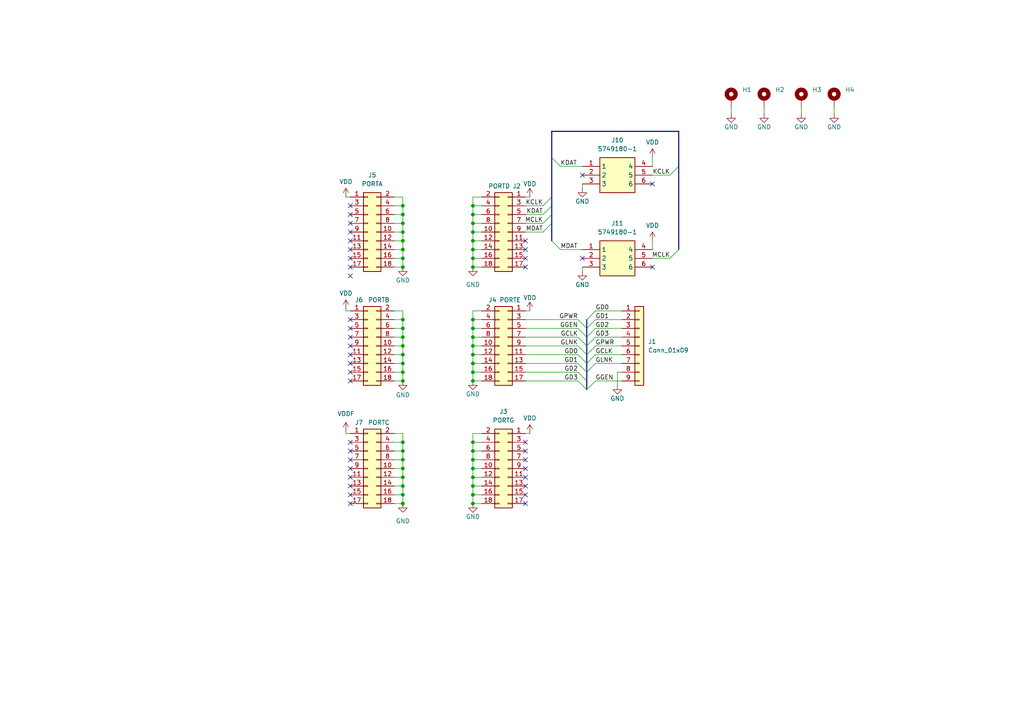
<source format=kicad_sch>
(kicad_sch (version 20231120) (generator "eeschema") (generator_version "8.0")
  (paper "A4")
  (title_block (title "AVRbrain") (date "2024-01-23") (rev "1.0") (company "(C) 2023 J.B. Langston") (comment 1 "https://github.com/jblang/avrbrain"))
  (lib_symbols
    (symbol "Connector_Generic:Conn_01x09" (pin_names (offset 1.016) hide)
      (property "Reference" "J" (at 0 12.7 0))
      (property "Value" "Conn_01x09" (at 0 -12.7 0))
      (symbol "Conn_01x09_1_1"
        (rectangle (start -1.27 -10.033) (end 0 -10.287) (stroke (width 0.1524)))
        (rectangle (start -1.27 -7.493) (end 0 -7.747) (stroke (width 0.1524)))
        (rectangle (start -1.27 -4.953) (end 0 -5.207) (stroke (width 0.1524)))
        (rectangle (start -1.27 -2.413) (end 0 -2.667) (stroke (width 0.1524)))
        (rectangle (start -1.27 0.127) (end 0 -0.127) (stroke (width 0.1524)))
        (rectangle (start -1.27 2.667) (end 0 2.413) (stroke (width 0.1524)))
        (rectangle (start -1.27 5.207) (end 0 4.953) (stroke (width 0.1524)))
        (rectangle (start -1.27 7.747) (end 0 7.493) (stroke (width 0.1524)))
        (rectangle (start -1.27 10.287) (end 0 10.033) (stroke (width 0.1524)))
        (rectangle (start -1.27 11.43) (end 1.27 -11.43) (stroke (width 0.254)) (fill (type background)))
        (pin passive line (at -5.08 10.16 0) (length 3.81) (name "Pin_1") (number "1"))
        (pin passive line (at -5.08 7.62 0) (length 3.81) (name "Pin_2") (number "2"))
        (pin passive line (at -5.08 5.08 0) (length 3.81) (name "Pin_3") (number "3"))
        (pin passive line (at -5.08 2.54 0) (length 3.81) (name "Pin_4") (number "4"))
        (pin passive line (at -5.08 0 0) (length 3.81) (name "Pin_5") (number "5"))
        (pin passive line (at -5.08 -2.54 0) (length 3.81) (name "Pin_6") (number "6"))
        (pin passive line (at -5.08 -5.08 0) (length 3.81) (name "Pin_7") (number "7"))
        (pin passive line (at -5.08 -7.62 0) (length 3.81) (name "Pin_8") (number "8"))
        (pin passive line (at -5.08 -10.16 0) (length 3.81) (name "Pin_9") (number "9"))
      )
    )
    (symbol "Connector_Generic:Conn_02x09_Odd_Even" (pin_names (offset 1.016) hide)
      (property "Reference" "J" (at 1.27 12.7 0))
      (property "Value" "Conn_02x09_Odd_Even" (at 1.27 -12.7 0))
      (symbol "Conn_02x09_Odd_Even_1_1"
        (rectangle (start -1.27 -10.033) (end 0 -10.287) (stroke (width 0.1524)))
        (rectangle (start -1.27 -7.493) (end 0 -7.747) (stroke (width 0.1524)))
        (rectangle (start -1.27 -4.953) (end 0 -5.207) (stroke (width 0.1524)))
        (rectangle (start -1.27 -2.413) (end 0 -2.667) (stroke (width 0.1524)))
        (rectangle (start -1.27 0.127) (end 0 -0.127) (stroke (width 0.1524)))
        (rectangle (start -1.27 2.667) (end 0 2.413) (stroke (width 0.1524)))
        (rectangle (start -1.27 5.207) (end 0 4.953) (stroke (width 0.1524)))
        (rectangle (start -1.27 7.747) (end 0 7.493) (stroke (width 0.1524)))
        (rectangle (start -1.27 10.287) (end 0 10.033) (stroke (width 0.1524)))
        (rectangle (start -1.27 11.43) (end 3.81 -11.43) (stroke (width 0.254)) (fill (type background)))
        (rectangle (start 3.81 -10.033) (end 2.54 -10.287) (stroke (width 0.1524)))
        (rectangle (start 3.81 -7.493) (end 2.54 -7.747) (stroke (width 0.1524)))
        (rectangle (start 3.81 -4.953) (end 2.54 -5.207) (stroke (width 0.1524)))
        (rectangle (start 3.81 -2.413) (end 2.54 -2.667) (stroke (width 0.1524)))
        (rectangle (start 3.81 0.127) (end 2.54 -0.127) (stroke (width 0.1524)))
        (rectangle (start 3.81 2.667) (end 2.54 2.413) (stroke (width 0.1524)))
        (rectangle (start 3.81 5.207) (end 2.54 4.953) (stroke (width 0.1524)))
        (rectangle (start 3.81 7.747) (end 2.54 7.493) (stroke (width 0.1524)))
        (rectangle (start 3.81 10.287) (end 2.54 10.033) (stroke (width 0.1524)))
        (pin passive line (at -5.08 10.16 0) (length 3.81) (name "Pin_1") (number "1"))
        (pin passive line (at 7.62 0 180) (length 3.81) (name "Pin_10") (number "10"))
        (pin passive line (at -5.08 -2.54 0) (length 3.81) (name "Pin_11") (number "11"))
        (pin passive line (at 7.62 -2.54 180) (length 3.81) (name "Pin_12") (number "12"))
        (pin passive line (at -5.08 -5.08 0) (length 3.81) (name "Pin_13") (number "13"))
        (pin passive line (at 7.62 -5.08 180) (length 3.81) (name "Pin_14") (number "14"))
        (pin passive line (at -5.08 -7.62 0) (length 3.81) (name "Pin_15") (number "15"))
        (pin passive line (at 7.62 -7.62 180) (length 3.81) (name "Pin_16") (number "16"))
        (pin passive line (at -5.08 -10.16 0) (length 3.81) (name "Pin_17") (number "17"))
        (pin passive line (at 7.62 -10.16 180) (length 3.81) (name "Pin_18") (number "18"))
        (pin passive line (at 7.62 10.16 180) (length 3.81) (name "Pin_2") (number "2"))
        (pin passive line (at -5.08 7.62 0) (length 3.81) (name "Pin_3") (number "3"))
        (pin passive line (at 7.62 7.62 180) (length 3.81) (name "Pin_4") (number "4"))
        (pin passive line (at -5.08 5.08 0) (length 3.81) (name "Pin_5") (number "5"))
        (pin passive line (at 7.62 5.08 180) (length 3.81) (name "Pin_6") (number "6"))
        (pin passive line (at -5.08 2.54 0) (length 3.81) (name "Pin_7") (number "7"))
        (pin passive line (at 7.62 2.54 180) (length 3.81) (name "Pin_8") (number "8"))
        (pin passive line (at -5.08 0 0) (length 3.81) (name "Pin_9") (number "9"))
      )
    )
    (symbol "Mechanical:MountingHole_Pad" (pin_numbers hide) (pin_names (offset 1.016) hide)
      (property "Reference" "H" (at 0 6.35 0))
      (property "Value" "MountingHole_Pad" (at 0 4.445 0))
      (symbol "MountingHole_Pad_0_1"
        (circle (center 0 1.27) (radius 1.27) (stroke (width 1.27)))
      )
      (symbol "MountingHole_Pad_1_1"
        (pin input line (at 0 -2.54 90) (length 2.54) (name "1") (number "1"))
      )
    )
    (symbol "SamacSys_Parts:5749180-1"
      (property "Reference" "J" (at 16.51 7.62 0))
      (property "Value" "5749180-1" (at 16.51 5.08 0))
      (symbol "5749180-1_1_1"
        (rectangle (start 5.08 2.54) (end 15.24 -7.62) (stroke (width 0.254)) (fill (type background)))
        (pin passive line (at 0 0 0) (length 5.08) (name "1") (number "1"))
        (pin passive line (at 0 -2.54 0) (length 5.08) (name "2") (number "2"))
        (pin passive line (at 0 -5.08 0) (length 5.08) (name "3") (number "3"))
        (pin passive line (at 20.32 0 180) (length 5.08) (name "4") (number "4"))
        (pin passive line (at 20.32 -2.54 180) (length 5.08) (name "5") (number "5"))
        (pin passive line (at 20.32 -5.08 180) (length 5.08) (name "6") (number "6"))
      )
    )
    (symbol "power:GND" (power) (pin_names (offset 0))
      (property "Value" "GND" (at 0 -3.81 0))
      (symbol "GND_0_1"
        (polyline (pts (xy 0 0) (xy 0 -1.27) (xy 1.27 -1.27) (xy 0 -2.54) (xy -1.27 -1.27) (xy 0 -1.27)))
      )
      (symbol "GND_1_1"
        (pin power_in line (at 0 0 270) (length 0) hide (name "GND") (number "1"))
      )
    )
    (symbol "power:VDD" (power) (pin_names (offset 0))
      (property "Value" "VDD" (at 0 3.81 0))
      (symbol "VDD_0_1"
        (polyline (pts (xy -0.762 1.27) (xy 0 2.54)))
        (polyline (pts (xy 0 0) (xy 0 2.54)))
        (polyline (pts (xy 0 2.54) (xy 0.762 1.27)))
      )
      (symbol "VDD_1_1"
        (pin power_in line (at 0 0 90) (length 0) hide (name "VDD") (number "1"))
      )
    )
    (symbol "power:VDDF" (power) (pin_names (offset 0))
      (property "Value" "VDDF" (at 0 3.81 0))
      (symbol "VDDF_0_1"
        (polyline (pts (xy -0.762 1.27) (xy 0 2.54)))
        (polyline (pts (xy 0 0) (xy 0 2.54)))
        (polyline (pts (xy 0 2.54) (xy 0.762 1.27)))
      )
      (symbol "VDDF_1_1"
        (pin power_in line (at 0 0 90) (length 0) hide (name "VDDF") (number "1"))
      )
    )
  )
  (junction (at 137.16 130.81))
  (junction (at 116.84 138.43))
  (junction (at 137.16 74.93))
  (junction (at 116.84 67.31))
  (junction (at 137.16 95.25))
  (junction (at 116.84 64.77))
  (junction (at 137.16 67.31))
  (junction (at 137.16 105.41))
  (junction (at 116.84 100.33))
  (junction (at 116.84 130.81))
  (junction (at 137.16 77.47))
  (junction (at 116.84 69.85))
  (junction (at 116.84 143.51))
  (junction (at 116.84 135.89))
  (junction (at 137.16 62.23))
  (junction (at 137.16 100.33))
  (junction (at 137.16 92.71))
  (junction (at 137.16 133.35))
  (junction (at 137.16 97.79))
  (junction (at 137.16 102.87))
  (junction (at 116.84 95.25))
  (junction (at 137.16 138.43))
  (junction (at 137.16 146.05))
  (junction (at 116.84 128.27))
  (junction (at 116.84 102.87))
  (junction (at 137.16 135.89))
  (junction (at 116.84 59.69))
  (junction (at 116.84 62.23))
  (junction (at 116.84 146.05))
  (junction (at 116.84 72.39))
  (junction (at 116.84 92.71))
  (junction (at 116.84 97.79))
  (junction (at 116.84 110.49))
  (junction (at 116.84 77.47))
  (junction (at 116.84 107.95))
  (junction (at 137.16 64.77))
  (junction (at 137.16 59.69))
  (junction (at 137.16 128.27))
  (junction (at 116.84 74.93))
  (junction (at 116.84 105.41))
  (junction (at 137.16 107.95))
  (junction (at 137.16 140.97))
  (junction (at 137.16 143.51))
  (junction (at 137.16 72.39))
  (junction (at 137.16 69.85))
  (junction (at 116.84 140.97))
  (junction (at 116.84 133.35))
  (junction (at 137.16 110.49))
  (no_connect (at 101.6 133.35))
  (no_connect (at 152.4 130.81))
  (no_connect (at 152.4 140.97))
  (no_connect (at 101.6 74.93))
  (no_connect (at 101.6 102.87))
  (no_connect (at 101.6 110.49))
  (no_connect (at 189.23 53.34))
  (no_connect (at 152.4 77.47))
  (no_connect (at 101.6 80.01))
  (no_connect (at 101.6 97.79))
  (no_connect (at 101.6 92.71))
  (no_connect (at 101.6 64.77))
  (no_connect (at 152.4 69.85))
  (no_connect (at 101.6 135.89))
  (no_connect (at 152.4 143.51))
  (no_connect (at 189.23 77.47))
  (no_connect (at 152.4 135.89))
  (no_connect (at 101.6 59.69))
  (no_connect (at 101.6 140.97))
  (no_connect (at 101.6 105.41))
  (no_connect (at 101.6 62.23))
  (no_connect (at 101.6 77.47))
  (no_connect (at 168.91 50.8))
  (no_connect (at 152.4 133.35))
  (no_connect (at 101.6 67.31))
  (no_connect (at 101.6 95.25))
  (no_connect (at 101.6 107.95))
  (no_connect (at 152.4 128.27))
  (no_connect (at 152.4 72.39))
  (no_connect (at 101.6 138.43))
  (no_connect (at 101.6 143.51))
  (no_connect (at 152.4 74.93))
  (no_connect (at 152.4 146.05))
  (no_connect (at 101.6 128.27))
  (no_connect (at 101.6 72.39))
  (no_connect (at 101.6 100.33))
  (no_connect (at 101.6 69.85))
  (no_connect (at 168.91 74.93))
  (no_connect (at 101.6 130.81))
  (no_connect (at 152.4 138.43))
  (no_connect (at 101.6 146.05))
  (bus_entry (at 170.18 95.25) (size 2.54 -2.54))
  (bus_entry (at 167.64 95.25) (size 2.54 2.54))
  (bus_entry (at 167.64 107.95) (size 2.54 2.54))
  (bus_entry (at 167.64 97.79) (size 2.54 2.54))
  (bus_entry (at 194.31 74.93) (size 2.54 -2.54))
  (bus_entry (at 157.48 64.77) (size 2.54 -2.54))
  (bus_entry (at 157.48 59.69) (size 2.54 -2.54))
  (bus_entry (at 170.18 113.03) (size 2.54 -2.54))
  (bus_entry (at 167.64 102.87) (size 2.54 2.54))
  (bus_entry (at 167.64 105.41) (size 2.54 2.54))
  (bus_entry (at 170.18 105.41) (size 2.54 -2.54))
  (bus_entry (at 157.48 62.23) (size 2.54 -2.54))
  (bus_entry (at 170.18 100.33) (size 2.54 -2.54))
  (bus_entry (at 170.18 97.79) (size 2.54 -2.54))
  (bus_entry (at 170.18 102.87) (size 2.54 -2.54))
  (bus_entry (at 194.31 50.8) (size 2.54 -2.54))
  (bus_entry (at 167.64 100.33) (size 2.54 2.54))
  (bus_entry (at 157.48 67.31) (size 2.54 -2.54))
  (bus_entry (at 167.64 92.71) (size 2.54 2.54))
  (bus_entry (at 160.02 45.72) (size 2.54 2.54))
  (bus_entry (at 170.18 92.71) (size 2.54 -2.54))
  (bus_entry (at 167.64 110.49) (size 2.54 2.54))
  (bus_entry (at 170.18 107.95) (size 2.54 -2.54))
  (bus_entry (at 160.02 69.85) (size 2.54 2.54))
  (wire (pts (xy 152.4 95.25) (xy 167.64 95.25)))
  (wire (pts (xy 114.3 62.23) (xy 116.84 62.23)))
  (wire (pts (xy 100.33 57.15) (xy 101.6 57.15)))
  (wire (pts (xy 139.7 133.35) (xy 137.16 133.35)))
  (wire (pts (xy 114.3 102.87) (xy 116.84 102.87)))
  (wire (pts (xy 168.91 77.47) (xy 168.91 78.74)))
  (wire (pts (xy 116.84 102.87) (xy 116.84 105.41)))
  (wire (pts (xy 137.16 90.17) (xy 137.16 92.71)))
  (bus (pts (xy 170.18 102.87) (xy 170.18 105.41)))
  (wire (pts (xy 139.7 125.73) (xy 137.16 125.73)))
  (wire (pts (xy 116.84 128.27) (xy 116.84 130.81)))
  (wire (pts (xy 137.16 69.85) (xy 137.16 72.39)))
  (wire (pts (xy 116.84 100.33) (xy 116.84 102.87)))
  (wire (pts (xy 114.3 107.95) (xy 116.84 107.95)))
  (wire (pts (xy 153.67 57.15) (xy 152.4 57.15)))
  (bus (pts (xy 170.18 92.71) (xy 170.18 95.25)))
  (wire (pts (xy 139.7 140.97) (xy 137.16 140.97)))
  (wire (pts (xy 114.3 140.97) (xy 116.84 140.97)))
  (wire (pts (xy 114.3 59.69) (xy 116.84 59.69)))
  (wire (pts (xy 116.84 107.95) (xy 116.84 110.49)))
  (wire (pts (xy 139.7 130.81) (xy 137.16 130.81)))
  (wire (pts (xy 114.3 135.89) (xy 116.84 135.89)))
  (wire (pts (xy 100.33 125.73) (xy 101.6 125.73)))
  (wire (pts (xy 114.3 125.73) (xy 116.84 125.73)))
  (wire (pts (xy 114.3 143.51) (xy 116.84 143.51)))
  (wire (pts (xy 116.84 64.77) (xy 116.84 67.31)))
  (wire (pts (xy 116.84 143.51) (xy 116.84 146.05)))
  (wire (pts (xy 137.16 135.89) (xy 137.16 138.43)))
  (wire (pts (xy 114.3 92.71) (xy 116.84 92.71)))
  (wire (pts (xy 139.7 146.05) (xy 137.16 146.05)))
  (wire (pts (xy 116.84 140.97) (xy 116.84 143.51)))
  (wire (pts (xy 189.23 72.39) (xy 189.23 69.85)))
  (wire (pts (xy 139.7 128.27) (xy 137.16 128.27)))
  (wire (pts (xy 139.7 90.17) (xy 137.16 90.17)))
  (wire (pts (xy 137.16 92.71) (xy 137.16 95.25)))
  (wire (pts (xy 139.7 57.15) (xy 137.16 57.15)))
  (wire (pts (xy 114.3 100.33) (xy 116.84 100.33)))
  (wire (pts (xy 114.3 138.43) (xy 116.84 138.43)))
  (wire (pts (xy 212.09 31.115) (xy 212.09 33.02)))
  (wire (pts (xy 189.23 50.8) (xy 194.31 50.8)))
  (wire (pts (xy 232.41 31.115) (xy 232.41 33.02)))
  (wire (pts (xy 116.84 59.69) (xy 116.84 62.23)))
  (wire (pts (xy 152.4 100.33) (xy 167.64 100.33)))
  (wire (pts (xy 139.7 62.23) (xy 137.16 62.23)))
  (wire (pts (xy 137.16 74.93) (xy 137.16 77.47)))
  (wire (pts (xy 114.3 90.17) (xy 116.84 90.17)))
  (wire (pts (xy 139.7 72.39) (xy 137.16 72.39)))
  (wire (pts (xy 137.16 125.73) (xy 137.16 128.27)))
  (wire (pts (xy 153.67 125.73) (xy 152.4 125.73)))
  (wire (pts (xy 172.72 102.87) (xy 180.34 102.87)))
  (wire (pts (xy 137.16 105.41) (xy 137.16 107.95)))
  (wire (pts (xy 139.7 95.25) (xy 137.16 95.25)))
  (wire (pts (xy 139.7 135.89) (xy 137.16 135.89)))
  (wire (pts (xy 179.07 107.95) (xy 179.07 111.76)))
  (wire (pts (xy 137.16 72.39) (xy 137.16 74.93)))
  (wire (pts (xy 152.4 105.41) (xy 167.64 105.41)))
  (wire (pts (xy 172.72 95.25) (xy 180.34 95.25)))
  (wire (pts (xy 137.16 107.95) (xy 137.16 110.49)))
  (wire (pts (xy 168.91 53.34) (xy 168.91 54.61)))
  (wire (pts (xy 139.7 92.71) (xy 137.16 92.71)))
  (bus (pts (xy 160.02 62.23) (xy 160.02 64.77)))
  (wire (pts (xy 114.3 72.39) (xy 116.84 72.39)))
  (wire (pts (xy 139.7 74.93) (xy 137.16 74.93)))
  (wire (pts (xy 137.16 128.27) (xy 137.16 130.81)))
  (wire (pts (xy 139.7 102.87) (xy 137.16 102.87)))
  (wire (pts (xy 152.4 59.69) (xy 157.48 59.69)))
  (wire (pts (xy 137.16 130.81) (xy 137.16 133.35)))
  (wire (pts (xy 172.72 105.41) (xy 180.34 105.41)))
  (wire (pts (xy 137.16 143.51) (xy 137.16 146.05)))
  (wire (pts (xy 116.84 57.15) (xy 116.84 59.69)))
  (wire (pts (xy 116.84 138.43) (xy 116.84 140.97)))
  (wire (pts (xy 139.7 110.49) (xy 137.16 110.49)))
  (wire (pts (xy 116.84 105.41) (xy 116.84 107.95)))
  (wire (pts (xy 189.23 74.93) (xy 194.31 74.93)))
  (wire (pts (xy 172.72 110.49) (xy 180.34 110.49)))
  (wire (pts (xy 114.3 67.31) (xy 116.84 67.31)))
  (wire (pts (xy 116.84 97.79) (xy 116.84 100.33)))
  (wire (pts (xy 152.4 64.77) (xy 157.48 64.77)))
  (wire (pts (xy 116.84 72.39) (xy 116.84 74.93)))
  (wire (pts (xy 221.615 31.115) (xy 221.615 33.02)))
  (wire (pts (xy 139.7 97.79) (xy 137.16 97.79)))
  (wire (pts (xy 152.4 97.79) (xy 167.64 97.79)))
  (bus (pts (xy 170.18 107.95) (xy 170.18 110.49)))
  (wire (pts (xy 114.3 105.41) (xy 116.84 105.41)))
  (wire (pts (xy 162.56 48.26) (xy 168.91 48.26)))
  (wire (pts (xy 152.4 67.31) (xy 157.48 67.31)))
  (wire (pts (xy 100.33 90.17) (xy 101.6 90.17)))
  (wire (pts (xy 172.72 90.17) (xy 180.34 90.17)))
  (wire (pts (xy 116.84 133.35) (xy 116.84 135.89)))
  (wire (pts (xy 139.7 69.85) (xy 137.16 69.85)))
  (wire (pts (xy 162.56 72.39) (xy 168.91 72.39)))
  (wire (pts (xy 116.84 125.73) (xy 116.84 128.27)))
  (wire (pts (xy 137.16 102.87) (xy 137.16 105.41)))
  (wire (pts (xy 139.7 105.41) (xy 137.16 105.41)))
  (wire (pts (xy 114.3 110.49) (xy 116.84 110.49)))
  (wire (pts (xy 137.16 97.79) (xy 137.16 100.33)))
  (bus (pts (xy 160.02 57.15) (xy 160.02 59.69)))
  (wire (pts (xy 179.07 107.95) (xy 180.34 107.95)))
  (bus (pts (xy 160.02 59.69) (xy 160.02 62.23)))
  (wire (pts (xy 137.16 64.77) (xy 137.16 67.31)))
  (wire (pts (xy 139.7 67.31) (xy 137.16 67.31)))
  (wire (pts (xy 114.3 74.93) (xy 116.84 74.93)))
  (wire (pts (xy 116.84 69.85) (xy 116.84 72.39)))
  (bus (pts (xy 196.85 48.26) (xy 196.85 38.1)))
  (wire (pts (xy 137.16 59.69) (xy 137.16 62.23)))
  (bus (pts (xy 160.02 64.77) (xy 160.02 69.85)))
  (wire (pts (xy 139.7 77.47) (xy 137.16 77.47)))
  (bus (pts (xy 160.02 45.72) (xy 160.02 57.15)))
  (wire (pts (xy 114.3 69.85) (xy 116.84 69.85)))
  (wire (pts (xy 114.3 64.77) (xy 116.84 64.77)))
  (wire (pts (xy 114.3 95.25) (xy 116.84 95.25)))
  (wire (pts (xy 114.3 77.47) (xy 116.84 77.47)))
  (wire (pts (xy 137.16 100.33) (xy 137.16 102.87)))
  (wire (pts (xy 116.84 130.81) (xy 116.84 133.35)))
  (wire (pts (xy 152.4 110.49) (xy 167.64 110.49)))
  (wire (pts (xy 116.84 92.71) (xy 116.84 95.25)))
  (wire (pts (xy 100.33 89.535) (xy 100.33 90.17)))
  (wire (pts (xy 139.7 59.69) (xy 137.16 59.69)))
  (wire (pts (xy 152.4 62.23) (xy 157.48 62.23)))
  (wire (pts (xy 137.16 140.97) (xy 137.16 143.51)))
  (wire (pts (xy 152.4 107.95) (xy 167.64 107.95)))
  (wire (pts (xy 189.23 48.26) (xy 189.23 45.72)))
  (wire (pts (xy 114.3 57.15) (xy 116.84 57.15)))
  (bus (pts (xy 160.02 38.1) (xy 160.02 45.72)))
  (wire (pts (xy 116.84 62.23) (xy 116.84 64.77)))
  (wire (pts (xy 137.16 95.25) (xy 137.16 97.79)))
  (wire (pts (xy 139.7 107.95) (xy 137.16 107.95)))
  (wire (pts (xy 116.84 135.89) (xy 116.84 138.43)))
  (wire (pts (xy 114.3 133.35) (xy 116.84 133.35)))
  (wire (pts (xy 137.16 57.15) (xy 137.16 59.69)))
  (wire (pts (xy 116.84 95.25) (xy 116.84 97.79)))
  (wire (pts (xy 114.3 146.05) (xy 116.84 146.05)))
  (wire (pts (xy 114.3 130.81) (xy 116.84 130.81)))
  (wire (pts (xy 116.84 67.31) (xy 116.84 69.85)))
  (bus (pts (xy 170.18 97.79) (xy 170.18 100.33)))
  (wire (pts (xy 137.16 138.43) (xy 137.16 140.97)))
  (wire (pts (xy 137.16 62.23) (xy 137.16 64.77)))
  (wire (pts (xy 139.7 138.43) (xy 137.16 138.43)))
  (bus (pts (xy 170.18 105.41) (xy 170.18 107.95)))
  (wire (pts (xy 152.4 92.71) (xy 167.64 92.71)))
  (wire (pts (xy 116.84 74.93) (xy 116.84 77.47)))
  (wire (pts (xy 114.3 97.79) (xy 116.84 97.79)))
  (wire (pts (xy 116.84 90.17) (xy 116.84 92.71)))
  (wire (pts (xy 139.7 100.33) (xy 137.16 100.33)))
  (bus (pts (xy 170.18 95.25) (xy 170.18 97.79)))
  (bus (pts (xy 196.85 38.1) (xy 160.02 38.1)))
  (wire (pts (xy 172.72 97.79) (xy 180.34 97.79)))
  (wire (pts (xy 114.3 128.27) (xy 116.84 128.27)))
  (wire (pts (xy 241.935 31.115) (xy 241.935 33.02)))
  (wire (pts (xy 153.67 90.17) (xy 152.4 90.17)))
  (wire (pts (xy 139.7 64.77) (xy 137.16 64.77)))
  (wire (pts (xy 139.7 143.51) (xy 137.16 143.51)))
  (wire (pts (xy 172.72 92.71) (xy 180.34 92.71)))
  (bus (pts (xy 170.18 100.33) (xy 170.18 102.87)))
  (wire (pts (xy 137.16 133.35) (xy 137.16 135.89)))
  (bus (pts (xy 196.85 72.39) (xy 196.85 48.26)))
  (wire (pts (xy 172.72 100.33) (xy 180.34 100.33)))
  (wire (pts (xy 152.4 102.87) (xy 167.64 102.87)))
  (bus (pts (xy 170.18 110.49) (xy 170.18 113.03)))
  (wire (pts (xy 137.16 67.31) (xy 137.16 69.85)))
  (wire (pts (xy 100.33 125.095) (xy 100.33 125.73)))
  (label "GD3" (at 167.64 110.49 180))
  (label "KDAT" (at 162.56 48.26 0))
  (label "GD1" (at 172.72 92.71 0))
  (label "GD0" (at 172.72 90.17 0))
  (label "MCLK" (at 194.31 74.93 180))
  (label "GGEN" (at 167.64 95.25 180))
  (label "GCLK" (at 172.72 102.87 0))
  (label "GD3" (at 172.72 97.79 0))
  (label "GPWR" (at 167.64 92.71 180))
  (label "KDAT" (at 157.48 62.23 180))
  (label "MCLK" (at 157.48 64.77 180))
  (label "GGEN" (at 172.72 110.49 0))
  (label "GD2" (at 167.64 107.95 180))
  (label "KCLK" (at 194.31 50.8 180))
  (label "MDAT" (at 162.56 72.39 0))
  (label "GD1" (at 167.64 105.41 180))
  (label "GCLK" (at 167.64 97.79 180))
  (label "GLNK" (at 172.72 105.41 0))
  (label "GD0" (at 167.64 102.87 180))
  (label "GD2" (at 172.72 95.25 0))
  (label "GPWR" (at 172.72 100.33 0))
  (label "KCLK" (at 157.48 59.69 180))
  (label "MDAT" (at 157.48 67.31 180))
  (label "GLNK" (at 167.64 100.33 180))
  (symbol (lib_id "SamacSys_Parts:5749180-1") (at 168.91 72.39 0) (unit 1)
    (property "Reference" "J11" (at 179.07 64.77 0))
    (property "Value" "5749180-1" (at 179.07 67.31 0))
    (property "Footprint" "5749180-1" (effects (hide yes)))
    (property "Datasheet" "http://www.te.com/commerce/DocumentDelivery/DDEController?Action=srchrtrv&DocNm=5749180&DocType=Customer+Drawing&DocLang=English&DocFormat=pdf&PartCntxt=5749180-1" (effects (hide yes)))
    (property "Description" "Receptacle pcb mini DIN 6 way" (effects (hide yes)))
    (property "Mouser Part Number" "571-5749180-1" (effects (hide yes)))
    (property "Mouser Price/Stock" "https://www.mouser.co.uk/ProductDetail/TE-Connectivity/5749180-1?qs=XlZqES4cpWZV2xh%2FjR2Ukw%3D%3D" (effects (hide yes)))
    (property "Manufacturer_Name" "TE Connectivity" (effects (hide yes)))
    (property "Manufacturer_Part_Number" "5749180-1" (effects (hide yes)))
  )
  (symbol (lib_id "Connector_Generic:Conn_02x09_Odd_Even") (at 106.68 67.31 0) (unit 1)
    (property "Reference" "J5" (at 107.95 50.8 0))
    (property "Value" "PORTA" (at 107.95 53.34 0))
    (property "Footprint" "Connector_PinSocket_2.54mm:PinSocket_2x09_P2.54mm_Vertical" (effects (hide yes)))
  )
  (symbol (lib_id "power:VDD") (at 100.33 57.15 0) (unit 1)
    (property "Reference" "#PWR015" (effects (hide yes)))
    (property "Value" "VDD" (at 100.33 52.705 0))
  )
  (symbol (lib_id "power:VDD") (at 100.33 89.535 0) (unit 1)
    (property "Reference" "#PWR016" (effects (hide yes)))
    (property "Value" "VDD" (at 100.33 85.09 0))
  )
  (symbol (lib_id "SamacSys_Parts:5749180-1") (at 168.91 48.26 0) (unit 1)
    (property "Reference" "J10" (at 179.07 40.64 0))
    (property "Value" "5749180-1" (at 179.07 43.18 0))
    (property "Footprint" "5749180-1" (effects (hide yes)))
    (property "Datasheet" "http://www.te.com/commerce/DocumentDelivery/DDEController?Action=srchrtrv&DocNm=5749180&DocType=Customer+Drawing&DocLang=English&DocFormat=pdf&PartCntxt=5749180-1" (effects (hide yes)))
    (property "Description" "Receptacle pcb mini DIN 6 way" (effects (hide yes)))
    (property "Mouser Part Number" "571-5749180-1" (effects (hide yes)))
    (property "Mouser Price/Stock" "https://www.mouser.co.uk/ProductDetail/TE-Connectivity/5749180-1?qs=XlZqES4cpWZV2xh%2FjR2Ukw%3D%3D" (effects (hide yes)))
    (property "Manufacturer_Name" "TE Connectivity" (effects (hide yes)))
    (property "Manufacturer_Part_Number" "5749180-1" (effects (hide yes)))
  )
  (symbol (lib_id "power:VDD") (at 153.67 57.15 0) (unit 1)
    (property "Reference" "#PWR09" (effects (hide yes)))
    (property "Value" "VDD" (at 153.67 53.34 0))
  )
  (symbol (lib_id "power:VDD") (at 153.67 125.73 0) (mirror y) (unit 1)
    (property "Reference" "#PWR07" (effects (hide yes)))
    (property "Value" "VDD" (at 153.67 121.285 0))
  )
  (symbol (lib_id "power:GND") (at 221.615 33.02 0) (mirror y) (unit 1)
    (property "Reference" "#PWR022" (effects (hide yes)))
    (property "Value" "GND" (at 221.615 36.83 0))
  )
  (symbol (lib_id "power:GND") (at 168.91 78.74 0) (mirror y) (unit 1)
    (property "Reference" "#PWR010" (effects (hide yes)))
    (property "Value" "GND" (at 168.91 82.55 0))
  )
  (symbol (lib_id "Mechanical:MountingHole_Pad") (at 221.615 28.575 0) (unit 1)
    (property "Reference" "H2" (at 224.79 26.035 0) (effects (justify left)))
    (property "Value" "MountingHole_Pad" (effects (hide yes)))
    (property "Footprint" "MountingHole:MountingHole_2.2mm_M2_Pad_Via" (effects (hide yes)))
  )
  (symbol (lib_id "Connector_Generic:Conn_02x09_Odd_Even") (at 106.68 135.89 0) (unit 1)
    (property "Reference" "J7" (at 104.14 122.555 0))
    (property "Value" "PORTC" (at 109.855 122.555 0))
    (property "Footprint" "Connector_PinSocket_2.54mm:PinSocket_2x09_P2.54mm_Vertical" (effects (hide yes)))
  )
  (symbol (lib_id "Connector_Generic:Conn_02x09_Odd_Even") (at 147.32 135.89 0) (mirror y) (unit 1)
    (property "Reference" "J3" (at 146.05 119.38 0))
    (property "Value" "PORTG" (at 146.05 121.92 0))
    (property "Footprint" "Connector_PinSocket_2.54mm:PinSocket_2x09_P2.54mm_Vertical" (effects (hide yes)))
  )
  (symbol (lib_id "Connector_Generic:Conn_01x09") (at 185.42 100.33 0) (unit 1)
    (property "Reference" "J1" (at 187.96 99.0599 0) (effects (justify left)))
    (property "Value" "Conn_01x09" (at 187.96 101.5999 0) (effects (justify left)))
    (property "Footprint" "SamacSys_Parts:182-009-213R561" (effects (hide yes)))
    (property "Description" "Generic connector, single row, 01x09, script generated (kicad-library-utils/schlib/autogen/connector/)" (effects (hide yes)))
  )
  (symbol (lib_id "Mechanical:MountingHole_Pad") (at 212.09 28.575 0) (unit 1)
    (property "Reference" "H1" (at 215.265 26.035 0) (effects (justify left)))
    (property "Value" "MountingHole_Pad" (effects (hide yes)))
    (property "Footprint" "MountingHole:MountingHole_2.2mm_M2_Pad_Via" (effects (hide yes)))
  )
  (symbol (lib_id "power:VDD") (at 189.23 69.85 0) (mirror y) (unit 1)
    (property "Reference" "#PWR011" (effects (hide yes)))
    (property "Value" "VDD" (at 189.23 65.405 0))
  )
  (symbol (lib_id "power:VDD") (at 153.67 90.17 0) (mirror y) (unit 1)
    (property "Reference" "#PWR08" (effects (hide yes)))
    (property "Value" "VDD" (at 153.67 86.36 0))
  )
  (symbol (lib_id "power:GND") (at 137.16 110.49 0) (mirror y) (unit 1)
    (property "Reference" "#PWR02" (effects (hide yes)))
    (property "Value" "GND" (at 137.16 114.3 0))
  )
  (symbol (lib_id "power:GND") (at 116.84 146.05 0) (unit 1)
    (property "Reference" "#PWR020" (effects (hide yes)))
    (property "Value" "GND" (at 116.84 151.13 0))
  )
  (symbol (lib_id "Connector_Generic:Conn_02x09_Odd_Even") (at 106.68 100.33 0) (unit 1)
    (property "Reference" "J6" (at 104.14 86.995 0))
    (property "Value" "PORTB" (at 109.855 86.995 0))
    (property "Footprint" "Connector_PinSocket_2.54mm:PinSocket_2x09_P2.54mm_Vertical" (effects (hide yes)))
  )
  (symbol (lib_id "power:VDD") (at 189.23 45.72 0) (mirror y) (unit 1)
    (property "Reference" "#PWR06" (effects (hide yes)))
    (property "Value" "VDD" (at 189.23 41.275 0))
  )
  (symbol (lib_id "power:GND") (at 168.91 54.61 0) (mirror y) (unit 1)
    (property "Reference" "#PWR05" (effects (hide yes)))
    (property "Value" "GND" (at 168.91 58.42 0))
  )
  (symbol (lib_id "power:GND") (at 241.935 33.02 0) (mirror y) (unit 1)
    (property "Reference" "#PWR024" (effects (hide yes)))
    (property "Value" "GND" (at 241.935 36.83 0))
  )
  (symbol (lib_id "Mechanical:MountingHole_Pad") (at 241.935 28.575 0) (unit 1)
    (property "Reference" "H4" (at 245.11 26.035 0) (effects (justify left)))
    (property "Value" "MountingHole_Pad" (effects (hide yes)))
    (property "Footprint" "MountingHole:MountingHole_2.2mm_M2_Pad_Via" (effects (hide yes)))
  )
  (symbol (lib_id "Connector_Generic:Conn_02x09_Odd_Even") (at 147.32 67.31 0) (mirror y) (unit 1)
    (property "Reference" "J2" (at 149.86 53.975 0))
    (property "Value" "PORTD" (at 144.78 53.975 0))
    (property "Footprint" "Connector_PinSocket_2.54mm:PinSocket_2x09_P2.54mm_Vertical" (effects (hide yes)))
  )
  (symbol (lib_id "power:GND") (at 116.84 110.49 0) (unit 1)
    (property "Reference" "#PWR018" (effects (hide yes)))
    (property "Value" "GND" (at 116.84 114.554 0))
  )
  (symbol (lib_id "power:GND") (at 179.07 111.76 0) (mirror y) (unit 1)
    (property "Reference" "#PWR04" (effects (hide yes)))
    (property "Value" "GND" (at 179.07 115.57 0))
  )
  (symbol (lib_id "power:GND") (at 212.09 33.02 0) (mirror y) (unit 1)
    (property "Reference" "#PWR021" (effects (hide yes)))
    (property "Value" "GND" (at 212.09 36.83 0))
  )
  (symbol (lib_id "power:GND") (at 137.16 146.05 0) (mirror y) (unit 1)
    (property "Reference" "#PWR01" (effects (hide yes)))
    (property "Value" "GND" (at 137.16 149.86 0))
  )
  (symbol (lib_id "power:GND") (at 232.41 33.02 0) (mirror y) (unit 1)
    (property "Reference" "#PWR023" (effects (hide yes)))
    (property "Value" "GND" (at 232.41 36.83 0))
  )
  (symbol (lib_id "Mechanical:MountingHole_Pad") (at 232.41 28.575 0) (unit 1)
    (property "Reference" "H3" (at 235.585 26.035 0) (effects (justify left)))
    (property "Value" "MountingHole_Pad" (effects (hide yes)))
    (property "Footprint" "MountingHole:MountingHole_2.2mm_M2_Pad_Via" (effects (hide yes)))
  )
  (symbol (lib_id "power:VDDF") (at 100.33 125.095 0) (unit 1)
    (property "Reference" "#PWR040" (effects (hide yes)))
    (property "Value" "VDDF" (at 100.33 120.015 0))
  )
  (symbol (lib_id "Connector_Generic:Conn_02x09_Odd_Even") (at 147.32 100.33 0) (mirror y) (unit 1)
    (property "Reference" "J4" (at 142.875 86.995 0))
    (property "Value" "PORTE" (at 147.955 86.995 0))
    (property "Footprint" "Connector_PinSocket_2.54mm:PinSocket_2x09_P2.54mm_Vertical" (effects (hide yes)))
  )
  (symbol (lib_id "power:GND") (at 116.84 77.47 0) (unit 1)
    (property "Reference" "#PWR017" (effects (hide yes)))
    (property "Value" "GND" (at 116.84 81.28 0))
  )
  (symbol (lib_id "power:GND") (at 137.16 77.47 0) (unit 1)
    (property "Reference" "#PWR03" (effects (hide yes)))
    (property "Value" "GND" (at 137.16 82.55 0))
  )
)
</source>
